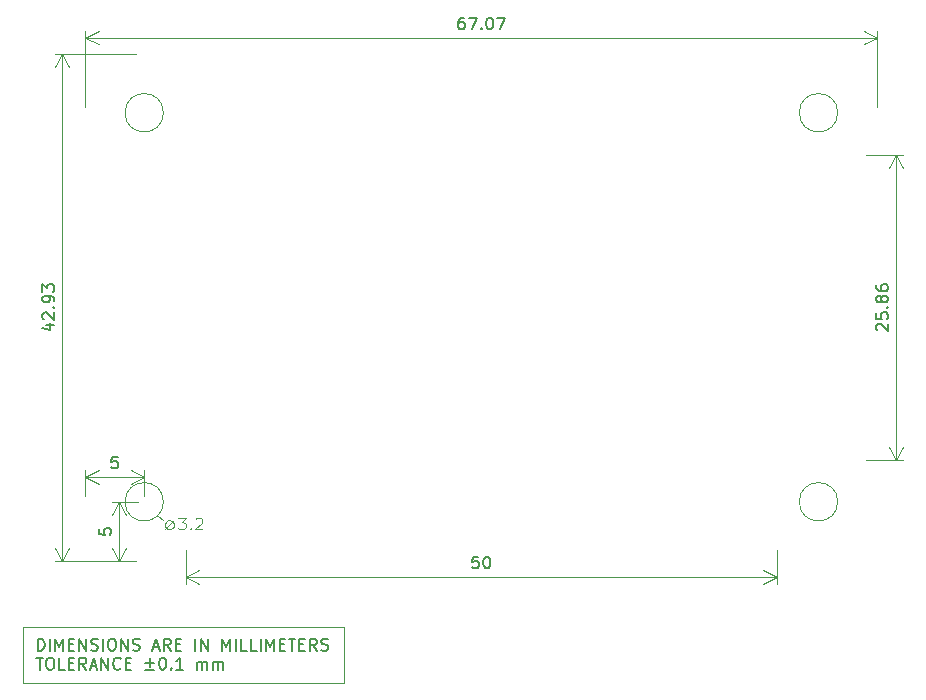
<source format=gbr>
%TF.GenerationSoftware,KiCad,Pcbnew,9.0.1+1*%
%TF.CreationDate,2026-01-15T22:30:42+00:00*%
%TF.ProjectId,WALKIN_PIR_IF,57414c4b-494e-45f5-9049-525f49462e6b,B*%
%TF.SameCoordinates,Original*%
%TF.FileFunction,OtherDrawing,Comment*%
%FSLAX46Y46*%
G04 Gerber Fmt 4.6, Leading zero omitted, Abs format (unit mm)*
G04 Created by KiCad (PCBNEW 9.0.1+1) date 2026-01-15 22:30:42*
%MOMM*%
%LPD*%
G01*
G04 APERTURE LIST*
%ADD10C,0.100000*%
%ADD11C,0.125000*%
%ADD12C,0.150000*%
G04 APERTURE END LIST*
D10*
X128080000Y-113880000D02*
G75*
G02*
X124827308Y-113880000I-1626346J0D01*
G01*
X124827308Y-113880000D02*
G75*
G02*
X128080000Y-113880000I1626346J0D01*
G01*
X127620000Y-115060000D02*
X128020000Y-115446346D01*
X128080000Y-80940000D02*
G75*
G02*
X124827308Y-80940000I-1626346J0D01*
G01*
X124827308Y-80940000D02*
G75*
G02*
X128080000Y-80940000I1626346J0D01*
G01*
X185170000Y-113880000D02*
G75*
G02*
X181917308Y-113880000I-1626346J0D01*
G01*
X181917308Y-113880000D02*
G75*
G02*
X185170000Y-113880000I1626346J0D01*
G01*
X185170000Y-80940000D02*
G75*
G02*
X181917308Y-80940000I-1626346J0D01*
G01*
X181917308Y-80940000D02*
G75*
G02*
X185170000Y-80940000I1626346J0D01*
G01*
D11*
X128476045Y-115459214D02*
X128666521Y-115459214D01*
X128666521Y-115459214D02*
X128856997Y-115554452D01*
X128856997Y-115554452D02*
X128952236Y-115744928D01*
X128952236Y-115744928D02*
X128952236Y-115935404D01*
X128952236Y-115935404D02*
X128856997Y-116125880D01*
X128856997Y-116125880D02*
X128666521Y-116221119D01*
X128666521Y-116221119D02*
X128476045Y-116221119D01*
X128476045Y-116221119D02*
X128285569Y-116125880D01*
X128285569Y-116125880D02*
X128190331Y-115935404D01*
X128190331Y-115935404D02*
X128190331Y-115744928D01*
X128190331Y-115744928D02*
X128285569Y-115554452D01*
X128285569Y-115554452D02*
X128476045Y-115459214D01*
X128952236Y-115459214D02*
X128190331Y-116221119D01*
X129333188Y-115221119D02*
X129952235Y-115221119D01*
X129952235Y-115221119D02*
X129618902Y-115602071D01*
X129618902Y-115602071D02*
X129761759Y-115602071D01*
X129761759Y-115602071D02*
X129856997Y-115649690D01*
X129856997Y-115649690D02*
X129904616Y-115697309D01*
X129904616Y-115697309D02*
X129952235Y-115792547D01*
X129952235Y-115792547D02*
X129952235Y-116030642D01*
X129952235Y-116030642D02*
X129904616Y-116125880D01*
X129904616Y-116125880D02*
X129856997Y-116173500D01*
X129856997Y-116173500D02*
X129761759Y-116221119D01*
X129761759Y-116221119D02*
X129476045Y-116221119D01*
X129476045Y-116221119D02*
X129380807Y-116173500D01*
X129380807Y-116173500D02*
X129333188Y-116125880D01*
X130380807Y-116125880D02*
X130428426Y-116173500D01*
X130428426Y-116173500D02*
X130380807Y-116221119D01*
X130380807Y-116221119D02*
X130333188Y-116173500D01*
X130333188Y-116173500D02*
X130380807Y-116125880D01*
X130380807Y-116125880D02*
X130380807Y-116221119D01*
X130809378Y-115316357D02*
X130856997Y-115268738D01*
X130856997Y-115268738D02*
X130952235Y-115221119D01*
X130952235Y-115221119D02*
X131190330Y-115221119D01*
X131190330Y-115221119D02*
X131285568Y-115268738D01*
X131285568Y-115268738D02*
X131333187Y-115316357D01*
X131333187Y-115316357D02*
X131380806Y-115411595D01*
X131380806Y-115411595D02*
X131380806Y-115506833D01*
X131380806Y-115506833D02*
X131333187Y-115649690D01*
X131333187Y-115649690D02*
X130761759Y-116221119D01*
X130761759Y-116221119D02*
X131380806Y-116221119D01*
D12*
X117451422Y-126472319D02*
X117451422Y-125472319D01*
X117451422Y-125472319D02*
X117689517Y-125472319D01*
X117689517Y-125472319D02*
X117832374Y-125519938D01*
X117832374Y-125519938D02*
X117927612Y-125615176D01*
X117927612Y-125615176D02*
X117975231Y-125710414D01*
X117975231Y-125710414D02*
X118022850Y-125900890D01*
X118022850Y-125900890D02*
X118022850Y-126043747D01*
X118022850Y-126043747D02*
X117975231Y-126234223D01*
X117975231Y-126234223D02*
X117927612Y-126329461D01*
X117927612Y-126329461D02*
X117832374Y-126424700D01*
X117832374Y-126424700D02*
X117689517Y-126472319D01*
X117689517Y-126472319D02*
X117451422Y-126472319D01*
X118451422Y-126472319D02*
X118451422Y-125472319D01*
X118927612Y-126472319D02*
X118927612Y-125472319D01*
X118927612Y-125472319D02*
X119260945Y-126186604D01*
X119260945Y-126186604D02*
X119594278Y-125472319D01*
X119594278Y-125472319D02*
X119594278Y-126472319D01*
X120070469Y-125948509D02*
X120403802Y-125948509D01*
X120546659Y-126472319D02*
X120070469Y-126472319D01*
X120070469Y-126472319D02*
X120070469Y-125472319D01*
X120070469Y-125472319D02*
X120546659Y-125472319D01*
X120975231Y-126472319D02*
X120975231Y-125472319D01*
X120975231Y-125472319D02*
X121546659Y-126472319D01*
X121546659Y-126472319D02*
X121546659Y-125472319D01*
X121975231Y-126424700D02*
X122118088Y-126472319D01*
X122118088Y-126472319D02*
X122356183Y-126472319D01*
X122356183Y-126472319D02*
X122451421Y-126424700D01*
X122451421Y-126424700D02*
X122499040Y-126377080D01*
X122499040Y-126377080D02*
X122546659Y-126281842D01*
X122546659Y-126281842D02*
X122546659Y-126186604D01*
X122546659Y-126186604D02*
X122499040Y-126091366D01*
X122499040Y-126091366D02*
X122451421Y-126043747D01*
X122451421Y-126043747D02*
X122356183Y-125996128D01*
X122356183Y-125996128D02*
X122165707Y-125948509D01*
X122165707Y-125948509D02*
X122070469Y-125900890D01*
X122070469Y-125900890D02*
X122022850Y-125853271D01*
X122022850Y-125853271D02*
X121975231Y-125758033D01*
X121975231Y-125758033D02*
X121975231Y-125662795D01*
X121975231Y-125662795D02*
X122022850Y-125567557D01*
X122022850Y-125567557D02*
X122070469Y-125519938D01*
X122070469Y-125519938D02*
X122165707Y-125472319D01*
X122165707Y-125472319D02*
X122403802Y-125472319D01*
X122403802Y-125472319D02*
X122546659Y-125519938D01*
X122975231Y-126472319D02*
X122975231Y-125472319D01*
X123641897Y-125472319D02*
X123832373Y-125472319D01*
X123832373Y-125472319D02*
X123927611Y-125519938D01*
X123927611Y-125519938D02*
X124022849Y-125615176D01*
X124022849Y-125615176D02*
X124070468Y-125805652D01*
X124070468Y-125805652D02*
X124070468Y-126138985D01*
X124070468Y-126138985D02*
X124022849Y-126329461D01*
X124022849Y-126329461D02*
X123927611Y-126424700D01*
X123927611Y-126424700D02*
X123832373Y-126472319D01*
X123832373Y-126472319D02*
X123641897Y-126472319D01*
X123641897Y-126472319D02*
X123546659Y-126424700D01*
X123546659Y-126424700D02*
X123451421Y-126329461D01*
X123451421Y-126329461D02*
X123403802Y-126138985D01*
X123403802Y-126138985D02*
X123403802Y-125805652D01*
X123403802Y-125805652D02*
X123451421Y-125615176D01*
X123451421Y-125615176D02*
X123546659Y-125519938D01*
X123546659Y-125519938D02*
X123641897Y-125472319D01*
X124499040Y-126472319D02*
X124499040Y-125472319D01*
X124499040Y-125472319D02*
X125070468Y-126472319D01*
X125070468Y-126472319D02*
X125070468Y-125472319D01*
X125499040Y-126424700D02*
X125641897Y-126472319D01*
X125641897Y-126472319D02*
X125879992Y-126472319D01*
X125879992Y-126472319D02*
X125975230Y-126424700D01*
X125975230Y-126424700D02*
X126022849Y-126377080D01*
X126022849Y-126377080D02*
X126070468Y-126281842D01*
X126070468Y-126281842D02*
X126070468Y-126186604D01*
X126070468Y-126186604D02*
X126022849Y-126091366D01*
X126022849Y-126091366D02*
X125975230Y-126043747D01*
X125975230Y-126043747D02*
X125879992Y-125996128D01*
X125879992Y-125996128D02*
X125689516Y-125948509D01*
X125689516Y-125948509D02*
X125594278Y-125900890D01*
X125594278Y-125900890D02*
X125546659Y-125853271D01*
X125546659Y-125853271D02*
X125499040Y-125758033D01*
X125499040Y-125758033D02*
X125499040Y-125662795D01*
X125499040Y-125662795D02*
X125546659Y-125567557D01*
X125546659Y-125567557D02*
X125594278Y-125519938D01*
X125594278Y-125519938D02*
X125689516Y-125472319D01*
X125689516Y-125472319D02*
X125927611Y-125472319D01*
X125927611Y-125472319D02*
X126070468Y-125519938D01*
X127213326Y-126186604D02*
X127689516Y-126186604D01*
X127118088Y-126472319D02*
X127451421Y-125472319D01*
X127451421Y-125472319D02*
X127784754Y-126472319D01*
X128689516Y-126472319D02*
X128356183Y-125996128D01*
X128118088Y-126472319D02*
X128118088Y-125472319D01*
X128118088Y-125472319D02*
X128499040Y-125472319D01*
X128499040Y-125472319D02*
X128594278Y-125519938D01*
X128594278Y-125519938D02*
X128641897Y-125567557D01*
X128641897Y-125567557D02*
X128689516Y-125662795D01*
X128689516Y-125662795D02*
X128689516Y-125805652D01*
X128689516Y-125805652D02*
X128641897Y-125900890D01*
X128641897Y-125900890D02*
X128594278Y-125948509D01*
X128594278Y-125948509D02*
X128499040Y-125996128D01*
X128499040Y-125996128D02*
X128118088Y-125996128D01*
X129118088Y-125948509D02*
X129451421Y-125948509D01*
X129594278Y-126472319D02*
X129118088Y-126472319D01*
X129118088Y-126472319D02*
X129118088Y-125472319D01*
X129118088Y-125472319D02*
X129594278Y-125472319D01*
X130784755Y-126472319D02*
X130784755Y-125472319D01*
X131260945Y-126472319D02*
X131260945Y-125472319D01*
X131260945Y-125472319D02*
X131832373Y-126472319D01*
X131832373Y-126472319D02*
X131832373Y-125472319D01*
X133070469Y-126472319D02*
X133070469Y-125472319D01*
X133070469Y-125472319D02*
X133403802Y-126186604D01*
X133403802Y-126186604D02*
X133737135Y-125472319D01*
X133737135Y-125472319D02*
X133737135Y-126472319D01*
X134213326Y-126472319D02*
X134213326Y-125472319D01*
X135165706Y-126472319D02*
X134689516Y-126472319D01*
X134689516Y-126472319D02*
X134689516Y-125472319D01*
X135975230Y-126472319D02*
X135499040Y-126472319D01*
X135499040Y-126472319D02*
X135499040Y-125472319D01*
X136308564Y-126472319D02*
X136308564Y-125472319D01*
X136784754Y-126472319D02*
X136784754Y-125472319D01*
X136784754Y-125472319D02*
X137118087Y-126186604D01*
X137118087Y-126186604D02*
X137451420Y-125472319D01*
X137451420Y-125472319D02*
X137451420Y-126472319D01*
X137927611Y-125948509D02*
X138260944Y-125948509D01*
X138403801Y-126472319D02*
X137927611Y-126472319D01*
X137927611Y-126472319D02*
X137927611Y-125472319D01*
X137927611Y-125472319D02*
X138403801Y-125472319D01*
X138689516Y-125472319D02*
X139260944Y-125472319D01*
X138975230Y-126472319D02*
X138975230Y-125472319D01*
X139594278Y-125948509D02*
X139927611Y-125948509D01*
X140070468Y-126472319D02*
X139594278Y-126472319D01*
X139594278Y-126472319D02*
X139594278Y-125472319D01*
X139594278Y-125472319D02*
X140070468Y-125472319D01*
X141070468Y-126472319D02*
X140737135Y-125996128D01*
X140499040Y-126472319D02*
X140499040Y-125472319D01*
X140499040Y-125472319D02*
X140879992Y-125472319D01*
X140879992Y-125472319D02*
X140975230Y-125519938D01*
X140975230Y-125519938D02*
X141022849Y-125567557D01*
X141022849Y-125567557D02*
X141070468Y-125662795D01*
X141070468Y-125662795D02*
X141070468Y-125805652D01*
X141070468Y-125805652D02*
X141022849Y-125900890D01*
X141022849Y-125900890D02*
X140975230Y-125948509D01*
X140975230Y-125948509D02*
X140879992Y-125996128D01*
X140879992Y-125996128D02*
X140499040Y-125996128D01*
X141451421Y-126424700D02*
X141594278Y-126472319D01*
X141594278Y-126472319D02*
X141832373Y-126472319D01*
X141832373Y-126472319D02*
X141927611Y-126424700D01*
X141927611Y-126424700D02*
X141975230Y-126377080D01*
X141975230Y-126377080D02*
X142022849Y-126281842D01*
X142022849Y-126281842D02*
X142022849Y-126186604D01*
X142022849Y-126186604D02*
X141975230Y-126091366D01*
X141975230Y-126091366D02*
X141927611Y-126043747D01*
X141927611Y-126043747D02*
X141832373Y-125996128D01*
X141832373Y-125996128D02*
X141641897Y-125948509D01*
X141641897Y-125948509D02*
X141546659Y-125900890D01*
X141546659Y-125900890D02*
X141499040Y-125853271D01*
X141499040Y-125853271D02*
X141451421Y-125758033D01*
X141451421Y-125758033D02*
X141451421Y-125662795D01*
X141451421Y-125662795D02*
X141499040Y-125567557D01*
X141499040Y-125567557D02*
X141546659Y-125519938D01*
X141546659Y-125519938D02*
X141641897Y-125472319D01*
X141641897Y-125472319D02*
X141879992Y-125472319D01*
X141879992Y-125472319D02*
X142022849Y-125519938D01*
X117308565Y-127082263D02*
X117879993Y-127082263D01*
X117594279Y-128082263D02*
X117594279Y-127082263D01*
X118403803Y-127082263D02*
X118594279Y-127082263D01*
X118594279Y-127082263D02*
X118689517Y-127129882D01*
X118689517Y-127129882D02*
X118784755Y-127225120D01*
X118784755Y-127225120D02*
X118832374Y-127415596D01*
X118832374Y-127415596D02*
X118832374Y-127748929D01*
X118832374Y-127748929D02*
X118784755Y-127939405D01*
X118784755Y-127939405D02*
X118689517Y-128034644D01*
X118689517Y-128034644D02*
X118594279Y-128082263D01*
X118594279Y-128082263D02*
X118403803Y-128082263D01*
X118403803Y-128082263D02*
X118308565Y-128034644D01*
X118308565Y-128034644D02*
X118213327Y-127939405D01*
X118213327Y-127939405D02*
X118165708Y-127748929D01*
X118165708Y-127748929D02*
X118165708Y-127415596D01*
X118165708Y-127415596D02*
X118213327Y-127225120D01*
X118213327Y-127225120D02*
X118308565Y-127129882D01*
X118308565Y-127129882D02*
X118403803Y-127082263D01*
X119737136Y-128082263D02*
X119260946Y-128082263D01*
X119260946Y-128082263D02*
X119260946Y-127082263D01*
X120070470Y-127558453D02*
X120403803Y-127558453D01*
X120546660Y-128082263D02*
X120070470Y-128082263D01*
X120070470Y-128082263D02*
X120070470Y-127082263D01*
X120070470Y-127082263D02*
X120546660Y-127082263D01*
X121546660Y-128082263D02*
X121213327Y-127606072D01*
X120975232Y-128082263D02*
X120975232Y-127082263D01*
X120975232Y-127082263D02*
X121356184Y-127082263D01*
X121356184Y-127082263D02*
X121451422Y-127129882D01*
X121451422Y-127129882D02*
X121499041Y-127177501D01*
X121499041Y-127177501D02*
X121546660Y-127272739D01*
X121546660Y-127272739D02*
X121546660Y-127415596D01*
X121546660Y-127415596D02*
X121499041Y-127510834D01*
X121499041Y-127510834D02*
X121451422Y-127558453D01*
X121451422Y-127558453D02*
X121356184Y-127606072D01*
X121356184Y-127606072D02*
X120975232Y-127606072D01*
X121927613Y-127796548D02*
X122403803Y-127796548D01*
X121832375Y-128082263D02*
X122165708Y-127082263D01*
X122165708Y-127082263D02*
X122499041Y-128082263D01*
X122832375Y-128082263D02*
X122832375Y-127082263D01*
X122832375Y-127082263D02*
X123403803Y-128082263D01*
X123403803Y-128082263D02*
X123403803Y-127082263D01*
X124451422Y-127987024D02*
X124403803Y-128034644D01*
X124403803Y-128034644D02*
X124260946Y-128082263D01*
X124260946Y-128082263D02*
X124165708Y-128082263D01*
X124165708Y-128082263D02*
X124022851Y-128034644D01*
X124022851Y-128034644D02*
X123927613Y-127939405D01*
X123927613Y-127939405D02*
X123879994Y-127844167D01*
X123879994Y-127844167D02*
X123832375Y-127653691D01*
X123832375Y-127653691D02*
X123832375Y-127510834D01*
X123832375Y-127510834D02*
X123879994Y-127320358D01*
X123879994Y-127320358D02*
X123927613Y-127225120D01*
X123927613Y-127225120D02*
X124022851Y-127129882D01*
X124022851Y-127129882D02*
X124165708Y-127082263D01*
X124165708Y-127082263D02*
X124260946Y-127082263D01*
X124260946Y-127082263D02*
X124403803Y-127129882D01*
X124403803Y-127129882D02*
X124451422Y-127177501D01*
X124879994Y-127558453D02*
X125213327Y-127558453D01*
X125356184Y-128082263D02*
X124879994Y-128082263D01*
X124879994Y-128082263D02*
X124879994Y-127082263D01*
X124879994Y-127082263D02*
X125356184Y-127082263D01*
X126546661Y-127510834D02*
X127308566Y-127510834D01*
X126927613Y-127891786D02*
X126927613Y-127129882D01*
X127308566Y-128082263D02*
X126546661Y-128082263D01*
X127975232Y-127082263D02*
X128070470Y-127082263D01*
X128070470Y-127082263D02*
X128165708Y-127129882D01*
X128165708Y-127129882D02*
X128213327Y-127177501D01*
X128213327Y-127177501D02*
X128260946Y-127272739D01*
X128260946Y-127272739D02*
X128308565Y-127463215D01*
X128308565Y-127463215D02*
X128308565Y-127701310D01*
X128308565Y-127701310D02*
X128260946Y-127891786D01*
X128260946Y-127891786D02*
X128213327Y-127987024D01*
X128213327Y-127987024D02*
X128165708Y-128034644D01*
X128165708Y-128034644D02*
X128070470Y-128082263D01*
X128070470Y-128082263D02*
X127975232Y-128082263D01*
X127975232Y-128082263D02*
X127879994Y-128034644D01*
X127879994Y-128034644D02*
X127832375Y-127987024D01*
X127832375Y-127987024D02*
X127784756Y-127891786D01*
X127784756Y-127891786D02*
X127737137Y-127701310D01*
X127737137Y-127701310D02*
X127737137Y-127463215D01*
X127737137Y-127463215D02*
X127784756Y-127272739D01*
X127784756Y-127272739D02*
X127832375Y-127177501D01*
X127832375Y-127177501D02*
X127879994Y-127129882D01*
X127879994Y-127129882D02*
X127975232Y-127082263D01*
X128737137Y-127987024D02*
X128784756Y-128034644D01*
X128784756Y-128034644D02*
X128737137Y-128082263D01*
X128737137Y-128082263D02*
X128689518Y-128034644D01*
X128689518Y-128034644D02*
X128737137Y-127987024D01*
X128737137Y-127987024D02*
X128737137Y-128082263D01*
X129737136Y-128082263D02*
X129165708Y-128082263D01*
X129451422Y-128082263D02*
X129451422Y-127082263D01*
X129451422Y-127082263D02*
X129356184Y-127225120D01*
X129356184Y-127225120D02*
X129260946Y-127320358D01*
X129260946Y-127320358D02*
X129165708Y-127367977D01*
X130927613Y-128082263D02*
X130927613Y-127415596D01*
X130927613Y-127510834D02*
X130975232Y-127463215D01*
X130975232Y-127463215D02*
X131070470Y-127415596D01*
X131070470Y-127415596D02*
X131213327Y-127415596D01*
X131213327Y-127415596D02*
X131308565Y-127463215D01*
X131308565Y-127463215D02*
X131356184Y-127558453D01*
X131356184Y-127558453D02*
X131356184Y-128082263D01*
X131356184Y-127558453D02*
X131403803Y-127463215D01*
X131403803Y-127463215D02*
X131499041Y-127415596D01*
X131499041Y-127415596D02*
X131641898Y-127415596D01*
X131641898Y-127415596D02*
X131737137Y-127463215D01*
X131737137Y-127463215D02*
X131784756Y-127558453D01*
X131784756Y-127558453D02*
X131784756Y-128082263D01*
X132260946Y-128082263D02*
X132260946Y-127415596D01*
X132260946Y-127510834D02*
X132308565Y-127463215D01*
X132308565Y-127463215D02*
X132403803Y-127415596D01*
X132403803Y-127415596D02*
X132546660Y-127415596D01*
X132546660Y-127415596D02*
X132641898Y-127463215D01*
X132641898Y-127463215D02*
X132689517Y-127558453D01*
X132689517Y-127558453D02*
X132689517Y-128082263D01*
X132689517Y-127558453D02*
X132737136Y-127463215D01*
X132737136Y-127463215D02*
X132832374Y-127415596D01*
X132832374Y-127415596D02*
X132975231Y-127415596D01*
X132975231Y-127415596D02*
X133070470Y-127463215D01*
X133070470Y-127463215D02*
X133118089Y-127558453D01*
X133118089Y-127558453D02*
X133118089Y-128082263D01*
D10*
X116162143Y-124480000D02*
X143382143Y-124480000D01*
X143382143Y-129200000D01*
X116162143Y-129200000D01*
X116162143Y-124480000D01*
D12*
X118168152Y-98891190D02*
X118834819Y-98891190D01*
X117787200Y-99129285D02*
X118501485Y-99367380D01*
X118501485Y-99367380D02*
X118501485Y-98748333D01*
X117930057Y-98414999D02*
X117882438Y-98367380D01*
X117882438Y-98367380D02*
X117834819Y-98272142D01*
X117834819Y-98272142D02*
X117834819Y-98034047D01*
X117834819Y-98034047D02*
X117882438Y-97938809D01*
X117882438Y-97938809D02*
X117930057Y-97891190D01*
X117930057Y-97891190D02*
X118025295Y-97843571D01*
X118025295Y-97843571D02*
X118120533Y-97843571D01*
X118120533Y-97843571D02*
X118263390Y-97891190D01*
X118263390Y-97891190D02*
X118834819Y-98462618D01*
X118834819Y-98462618D02*
X118834819Y-97843571D01*
X118739580Y-97414999D02*
X118787200Y-97367380D01*
X118787200Y-97367380D02*
X118834819Y-97414999D01*
X118834819Y-97414999D02*
X118787200Y-97462618D01*
X118787200Y-97462618D02*
X118739580Y-97414999D01*
X118739580Y-97414999D02*
X118834819Y-97414999D01*
X118834819Y-96891190D02*
X118834819Y-96700714D01*
X118834819Y-96700714D02*
X118787200Y-96605476D01*
X118787200Y-96605476D02*
X118739580Y-96557857D01*
X118739580Y-96557857D02*
X118596723Y-96462619D01*
X118596723Y-96462619D02*
X118406247Y-96415000D01*
X118406247Y-96415000D02*
X118025295Y-96415000D01*
X118025295Y-96415000D02*
X117930057Y-96462619D01*
X117930057Y-96462619D02*
X117882438Y-96510238D01*
X117882438Y-96510238D02*
X117834819Y-96605476D01*
X117834819Y-96605476D02*
X117834819Y-96795952D01*
X117834819Y-96795952D02*
X117882438Y-96891190D01*
X117882438Y-96891190D02*
X117930057Y-96938809D01*
X117930057Y-96938809D02*
X118025295Y-96986428D01*
X118025295Y-96986428D02*
X118263390Y-96986428D01*
X118263390Y-96986428D02*
X118358628Y-96938809D01*
X118358628Y-96938809D02*
X118406247Y-96891190D01*
X118406247Y-96891190D02*
X118453866Y-96795952D01*
X118453866Y-96795952D02*
X118453866Y-96605476D01*
X118453866Y-96605476D02*
X118406247Y-96510238D01*
X118406247Y-96510238D02*
X118358628Y-96462619D01*
X118358628Y-96462619D02*
X118263390Y-96415000D01*
X117834819Y-96081666D02*
X117834819Y-95462619D01*
X117834819Y-95462619D02*
X118215771Y-95795952D01*
X118215771Y-95795952D02*
X118215771Y-95653095D01*
X118215771Y-95653095D02*
X118263390Y-95557857D01*
X118263390Y-95557857D02*
X118311009Y-95510238D01*
X118311009Y-95510238D02*
X118406247Y-95462619D01*
X118406247Y-95462619D02*
X118644342Y-95462619D01*
X118644342Y-95462619D02*
X118739580Y-95510238D01*
X118739580Y-95510238D02*
X118787200Y-95557857D01*
X118787200Y-95557857D02*
X118834819Y-95653095D01*
X118834819Y-95653095D02*
X118834819Y-95938809D01*
X118834819Y-95938809D02*
X118787200Y-96034047D01*
X118787200Y-96034047D02*
X118739580Y-96081666D01*
D10*
X125780000Y-75950000D02*
X118943580Y-75950000D01*
X118943580Y-118880000D02*
X125800000Y-118880000D01*
X119530000Y-75950000D02*
X119530000Y-118880000D01*
X119530000Y-75950000D02*
X120116421Y-77076504D01*
X119530000Y-75950000D02*
X118943579Y-77076504D01*
X119530000Y-118880000D02*
X118943579Y-117753496D01*
X119530000Y-118880000D02*
X120116421Y-117753496D01*
D12*
X154751904Y-118524819D02*
X154275714Y-118524819D01*
X154275714Y-118524819D02*
X154228095Y-119001009D01*
X154228095Y-119001009D02*
X154275714Y-118953390D01*
X154275714Y-118953390D02*
X154370952Y-118905771D01*
X154370952Y-118905771D02*
X154609047Y-118905771D01*
X154609047Y-118905771D02*
X154704285Y-118953390D01*
X154704285Y-118953390D02*
X154751904Y-119001009D01*
X154751904Y-119001009D02*
X154799523Y-119096247D01*
X154799523Y-119096247D02*
X154799523Y-119334342D01*
X154799523Y-119334342D02*
X154751904Y-119429580D01*
X154751904Y-119429580D02*
X154704285Y-119477200D01*
X154704285Y-119477200D02*
X154609047Y-119524819D01*
X154609047Y-119524819D02*
X154370952Y-119524819D01*
X154370952Y-119524819D02*
X154275714Y-119477200D01*
X154275714Y-119477200D02*
X154228095Y-119429580D01*
X155418571Y-118524819D02*
X155513809Y-118524819D01*
X155513809Y-118524819D02*
X155609047Y-118572438D01*
X155609047Y-118572438D02*
X155656666Y-118620057D01*
X155656666Y-118620057D02*
X155704285Y-118715295D01*
X155704285Y-118715295D02*
X155751904Y-118905771D01*
X155751904Y-118905771D02*
X155751904Y-119143866D01*
X155751904Y-119143866D02*
X155704285Y-119334342D01*
X155704285Y-119334342D02*
X155656666Y-119429580D01*
X155656666Y-119429580D02*
X155609047Y-119477200D01*
X155609047Y-119477200D02*
X155513809Y-119524819D01*
X155513809Y-119524819D02*
X155418571Y-119524819D01*
X155418571Y-119524819D02*
X155323333Y-119477200D01*
X155323333Y-119477200D02*
X155275714Y-119429580D01*
X155275714Y-119429580D02*
X155228095Y-119334342D01*
X155228095Y-119334342D02*
X155180476Y-119143866D01*
X155180476Y-119143866D02*
X155180476Y-118905771D01*
X155180476Y-118905771D02*
X155228095Y-118715295D01*
X155228095Y-118715295D02*
X155275714Y-118620057D01*
X155275714Y-118620057D02*
X155323333Y-118572438D01*
X155323333Y-118572438D02*
X155418571Y-118524819D01*
D10*
X129990000Y-117921101D02*
X129990000Y-120806420D01*
X179990000Y-120806420D02*
X179990000Y-117921101D01*
X129990000Y-120220000D02*
X179990000Y-120220000D01*
X129990000Y-120220000D02*
X131116504Y-119633579D01*
X129990000Y-120220000D02*
X131116504Y-120806421D01*
X179990000Y-120220000D02*
X178863496Y-120806421D01*
X179990000Y-120220000D02*
X178863496Y-119633579D01*
D12*
X153518809Y-72878184D02*
X153328333Y-72878184D01*
X153328333Y-72878184D02*
X153233095Y-72925803D01*
X153233095Y-72925803D02*
X153185476Y-72973422D01*
X153185476Y-72973422D02*
X153090238Y-73116279D01*
X153090238Y-73116279D02*
X153042619Y-73306755D01*
X153042619Y-73306755D02*
X153042619Y-73687707D01*
X153042619Y-73687707D02*
X153090238Y-73782945D01*
X153090238Y-73782945D02*
X153137857Y-73830565D01*
X153137857Y-73830565D02*
X153233095Y-73878184D01*
X153233095Y-73878184D02*
X153423571Y-73878184D01*
X153423571Y-73878184D02*
X153518809Y-73830565D01*
X153518809Y-73830565D02*
X153566428Y-73782945D01*
X153566428Y-73782945D02*
X153614047Y-73687707D01*
X153614047Y-73687707D02*
X153614047Y-73449612D01*
X153614047Y-73449612D02*
X153566428Y-73354374D01*
X153566428Y-73354374D02*
X153518809Y-73306755D01*
X153518809Y-73306755D02*
X153423571Y-73259136D01*
X153423571Y-73259136D02*
X153233095Y-73259136D01*
X153233095Y-73259136D02*
X153137857Y-73306755D01*
X153137857Y-73306755D02*
X153090238Y-73354374D01*
X153090238Y-73354374D02*
X153042619Y-73449612D01*
X153947381Y-72878184D02*
X154614047Y-72878184D01*
X154614047Y-72878184D02*
X154185476Y-73878184D01*
X154995000Y-73782945D02*
X155042619Y-73830565D01*
X155042619Y-73830565D02*
X154995000Y-73878184D01*
X154995000Y-73878184D02*
X154947381Y-73830565D01*
X154947381Y-73830565D02*
X154995000Y-73782945D01*
X154995000Y-73782945D02*
X154995000Y-73878184D01*
X155661666Y-72878184D02*
X155756904Y-72878184D01*
X155756904Y-72878184D02*
X155852142Y-72925803D01*
X155852142Y-72925803D02*
X155899761Y-72973422D01*
X155899761Y-72973422D02*
X155947380Y-73068660D01*
X155947380Y-73068660D02*
X155994999Y-73259136D01*
X155994999Y-73259136D02*
X155994999Y-73497231D01*
X155994999Y-73497231D02*
X155947380Y-73687707D01*
X155947380Y-73687707D02*
X155899761Y-73782945D01*
X155899761Y-73782945D02*
X155852142Y-73830565D01*
X155852142Y-73830565D02*
X155756904Y-73878184D01*
X155756904Y-73878184D02*
X155661666Y-73878184D01*
X155661666Y-73878184D02*
X155566428Y-73830565D01*
X155566428Y-73830565D02*
X155518809Y-73782945D01*
X155518809Y-73782945D02*
X155471190Y-73687707D01*
X155471190Y-73687707D02*
X155423571Y-73497231D01*
X155423571Y-73497231D02*
X155423571Y-73259136D01*
X155423571Y-73259136D02*
X155471190Y-73068660D01*
X155471190Y-73068660D02*
X155518809Y-72973422D01*
X155518809Y-72973422D02*
X155566428Y-72925803D01*
X155566428Y-72925803D02*
X155661666Y-72878184D01*
X156328333Y-72878184D02*
X156994999Y-72878184D01*
X156994999Y-72878184D02*
X156566428Y-73878184D01*
D10*
X188530000Y-80420000D02*
X188530000Y-73986945D01*
X121460000Y-73986945D02*
X121460000Y-80490000D01*
X188530000Y-74573365D02*
X121460000Y-74573365D01*
X188530000Y-74573365D02*
X187403496Y-75159786D01*
X188530000Y-74573365D02*
X187403496Y-73986944D01*
X121460000Y-74573365D02*
X122586504Y-73986944D01*
X121460000Y-74573365D02*
X122586504Y-75159786D01*
D12*
X188520057Y-99373482D02*
X188472438Y-99325863D01*
X188472438Y-99325863D02*
X188424819Y-99230625D01*
X188424819Y-99230625D02*
X188424819Y-98992530D01*
X188424819Y-98992530D02*
X188472438Y-98897292D01*
X188472438Y-98897292D02*
X188520057Y-98849673D01*
X188520057Y-98849673D02*
X188615295Y-98802054D01*
X188615295Y-98802054D02*
X188710533Y-98802054D01*
X188710533Y-98802054D02*
X188853390Y-98849673D01*
X188853390Y-98849673D02*
X189424819Y-99421101D01*
X189424819Y-99421101D02*
X189424819Y-98802054D01*
X188424819Y-97897292D02*
X188424819Y-98373482D01*
X188424819Y-98373482D02*
X188901009Y-98421101D01*
X188901009Y-98421101D02*
X188853390Y-98373482D01*
X188853390Y-98373482D02*
X188805771Y-98278244D01*
X188805771Y-98278244D02*
X188805771Y-98040149D01*
X188805771Y-98040149D02*
X188853390Y-97944911D01*
X188853390Y-97944911D02*
X188901009Y-97897292D01*
X188901009Y-97897292D02*
X188996247Y-97849673D01*
X188996247Y-97849673D02*
X189234342Y-97849673D01*
X189234342Y-97849673D02*
X189329580Y-97897292D01*
X189329580Y-97897292D02*
X189377200Y-97944911D01*
X189377200Y-97944911D02*
X189424819Y-98040149D01*
X189424819Y-98040149D02*
X189424819Y-98278244D01*
X189424819Y-98278244D02*
X189377200Y-98373482D01*
X189377200Y-98373482D02*
X189329580Y-98421101D01*
X189329580Y-97421101D02*
X189377200Y-97373482D01*
X189377200Y-97373482D02*
X189424819Y-97421101D01*
X189424819Y-97421101D02*
X189377200Y-97468720D01*
X189377200Y-97468720D02*
X189329580Y-97421101D01*
X189329580Y-97421101D02*
X189424819Y-97421101D01*
X188853390Y-96802054D02*
X188805771Y-96897292D01*
X188805771Y-96897292D02*
X188758152Y-96944911D01*
X188758152Y-96944911D02*
X188662914Y-96992530D01*
X188662914Y-96992530D02*
X188615295Y-96992530D01*
X188615295Y-96992530D02*
X188520057Y-96944911D01*
X188520057Y-96944911D02*
X188472438Y-96897292D01*
X188472438Y-96897292D02*
X188424819Y-96802054D01*
X188424819Y-96802054D02*
X188424819Y-96611578D01*
X188424819Y-96611578D02*
X188472438Y-96516340D01*
X188472438Y-96516340D02*
X188520057Y-96468721D01*
X188520057Y-96468721D02*
X188615295Y-96421102D01*
X188615295Y-96421102D02*
X188662914Y-96421102D01*
X188662914Y-96421102D02*
X188758152Y-96468721D01*
X188758152Y-96468721D02*
X188805771Y-96516340D01*
X188805771Y-96516340D02*
X188853390Y-96611578D01*
X188853390Y-96611578D02*
X188853390Y-96802054D01*
X188853390Y-96802054D02*
X188901009Y-96897292D01*
X188901009Y-96897292D02*
X188948628Y-96944911D01*
X188948628Y-96944911D02*
X189043866Y-96992530D01*
X189043866Y-96992530D02*
X189234342Y-96992530D01*
X189234342Y-96992530D02*
X189329580Y-96944911D01*
X189329580Y-96944911D02*
X189377200Y-96897292D01*
X189377200Y-96897292D02*
X189424819Y-96802054D01*
X189424819Y-96802054D02*
X189424819Y-96611578D01*
X189424819Y-96611578D02*
X189377200Y-96516340D01*
X189377200Y-96516340D02*
X189329580Y-96468721D01*
X189329580Y-96468721D02*
X189234342Y-96421102D01*
X189234342Y-96421102D02*
X189043866Y-96421102D01*
X189043866Y-96421102D02*
X188948628Y-96468721D01*
X188948628Y-96468721D02*
X188901009Y-96516340D01*
X188901009Y-96516340D02*
X188853390Y-96611578D01*
X188424819Y-95563959D02*
X188424819Y-95754435D01*
X188424819Y-95754435D02*
X188472438Y-95849673D01*
X188472438Y-95849673D02*
X188520057Y-95897292D01*
X188520057Y-95897292D02*
X188662914Y-95992530D01*
X188662914Y-95992530D02*
X188853390Y-96040149D01*
X188853390Y-96040149D02*
X189234342Y-96040149D01*
X189234342Y-96040149D02*
X189329580Y-95992530D01*
X189329580Y-95992530D02*
X189377200Y-95944911D01*
X189377200Y-95944911D02*
X189424819Y-95849673D01*
X189424819Y-95849673D02*
X189424819Y-95659197D01*
X189424819Y-95659197D02*
X189377200Y-95563959D01*
X189377200Y-95563959D02*
X189329580Y-95516340D01*
X189329580Y-95516340D02*
X189234342Y-95468721D01*
X189234342Y-95468721D02*
X188996247Y-95468721D01*
X188996247Y-95468721D02*
X188901009Y-95516340D01*
X188901009Y-95516340D02*
X188853390Y-95563959D01*
X188853390Y-95563959D02*
X188805771Y-95659197D01*
X188805771Y-95659197D02*
X188805771Y-95849673D01*
X188805771Y-95849673D02*
X188853390Y-95944911D01*
X188853390Y-95944911D02*
X188901009Y-95992530D01*
X188901009Y-95992530D02*
X188996247Y-96040149D01*
D10*
X187561049Y-84492168D02*
X190706420Y-84492168D01*
X190706420Y-110350036D02*
X187561049Y-110350036D01*
X190120000Y-84492168D02*
X190120000Y-110350036D01*
X190120000Y-84492168D02*
X190706421Y-85618672D01*
X190120000Y-84492168D02*
X189533579Y-85618672D01*
X190120000Y-110350036D02*
X189533579Y-109223532D01*
X190120000Y-110350036D02*
X190706421Y-109223532D01*
D12*
X122634819Y-116141894D02*
X122634819Y-116618084D01*
X122634819Y-116618084D02*
X123111009Y-116665703D01*
X123111009Y-116665703D02*
X123063390Y-116618084D01*
X123063390Y-116618084D02*
X123015771Y-116522846D01*
X123015771Y-116522846D02*
X123015771Y-116284751D01*
X123015771Y-116284751D02*
X123063390Y-116189513D01*
X123063390Y-116189513D02*
X123111009Y-116141894D01*
X123111009Y-116141894D02*
X123206247Y-116094275D01*
X123206247Y-116094275D02*
X123444342Y-116094275D01*
X123444342Y-116094275D02*
X123539580Y-116141894D01*
X123539580Y-116141894D02*
X123587200Y-116189513D01*
X123587200Y-116189513D02*
X123634819Y-116284751D01*
X123634819Y-116284751D02*
X123634819Y-116522846D01*
X123634819Y-116522846D02*
X123587200Y-116618084D01*
X123587200Y-116618084D02*
X123539580Y-116665703D01*
D10*
X125953654Y-113880000D02*
X123743580Y-113880000D01*
X123743580Y-118879979D02*
X124499053Y-118879979D01*
X124330000Y-113880000D02*
X124330000Y-118879979D01*
X124330000Y-113880000D02*
X124916421Y-115006504D01*
X124330000Y-113880000D02*
X123743579Y-115006504D01*
X124330000Y-118879979D02*
X123743579Y-117753475D01*
X124330000Y-118879979D02*
X124916421Y-117753475D01*
D12*
X124195862Y-110054819D02*
X123719672Y-110054819D01*
X123719672Y-110054819D02*
X123672053Y-110531009D01*
X123672053Y-110531009D02*
X123719672Y-110483390D01*
X123719672Y-110483390D02*
X123814910Y-110435771D01*
X123814910Y-110435771D02*
X124053005Y-110435771D01*
X124053005Y-110435771D02*
X124148243Y-110483390D01*
X124148243Y-110483390D02*
X124195862Y-110531009D01*
X124195862Y-110531009D02*
X124243481Y-110626247D01*
X124243481Y-110626247D02*
X124243481Y-110864342D01*
X124243481Y-110864342D02*
X124195862Y-110959580D01*
X124195862Y-110959580D02*
X124148243Y-111007200D01*
X124148243Y-111007200D02*
X124053005Y-111054819D01*
X124053005Y-111054819D02*
X123814910Y-111054819D01*
X123814910Y-111054819D02*
X123719672Y-111007200D01*
X123719672Y-111007200D02*
X123672053Y-110959580D01*
D10*
X126455534Y-113385502D02*
X126455534Y-111163580D01*
X121460000Y-111163580D02*
X121460000Y-113385502D01*
X126455534Y-111750000D02*
X121460000Y-111750000D01*
X126455534Y-111750000D02*
X125329030Y-112336421D01*
X126455534Y-111750000D02*
X125329030Y-111163579D01*
X121460000Y-111750000D02*
X122586504Y-111163579D01*
X121460000Y-111750000D02*
X122586504Y-112336421D01*
M02*

</source>
